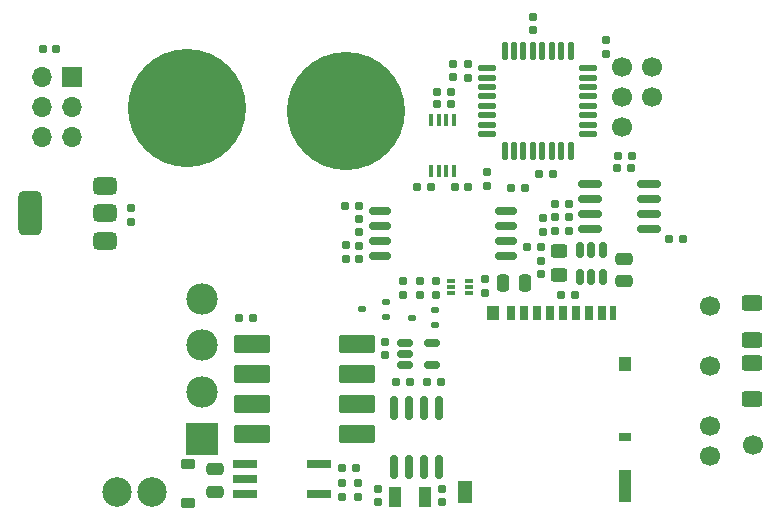
<source format=gbs>
G04 #@! TF.GenerationSoftware,KiCad,Pcbnew,8.0.0*
G04 #@! TF.CreationDate,2024-04-27T08:46:39-07:00*
G04 #@! TF.ProjectId,module controller,6d6f6475-6c65-4206-936f-6e74726f6c6c,rev?*
G04 #@! TF.SameCoordinates,Original*
G04 #@! TF.FileFunction,Soldermask,Bot*
G04 #@! TF.FilePolarity,Negative*
%FSLAX46Y46*%
G04 Gerber Fmt 4.6, Leading zero omitted, Abs format (unit mm)*
G04 Created by KiCad (PCBNEW 8.0.0) date 2024-04-27 08:46:39*
%MOMM*%
%LPD*%
G01*
G04 APERTURE LIST*
G04 Aperture macros list*
%AMRoundRect*
0 Rectangle with rounded corners*
0 $1 Rounding radius*
0 $2 $3 $4 $5 $6 $7 $8 $9 X,Y pos of 4 corners*
0 Add a 4 corners polygon primitive as box body*
4,1,4,$2,$3,$4,$5,$6,$7,$8,$9,$2,$3,0*
0 Add four circle primitives for the rounded corners*
1,1,$1+$1,$2,$3*
1,1,$1+$1,$4,$5*
1,1,$1+$1,$6,$7*
1,1,$1+$1,$8,$9*
0 Add four rect primitives between the rounded corners*
20,1,$1+$1,$2,$3,$4,$5,0*
20,1,$1+$1,$4,$5,$6,$7,0*
20,1,$1+$1,$6,$7,$8,$9,0*
20,1,$1+$1,$8,$9,$2,$3,0*%
G04 Aperture macros list end*
%ADD10C,1.700000*%
%ADD11C,10.000000*%
%ADD12C,2.500000*%
%ADD13RoundRect,0.250000X-0.450000X0.325000X-0.450000X-0.325000X0.450000X-0.325000X0.450000X0.325000X0*%
%ADD14RoundRect,0.155000X0.212500X0.155000X-0.212500X0.155000X-0.212500X-0.155000X0.212500X-0.155000X0*%
%ADD15RoundRect,0.155000X0.155000X-0.212500X0.155000X0.212500X-0.155000X0.212500X-0.155000X-0.212500X0*%
%ADD16R,1.000000X1.800000*%
%ADD17RoundRect,0.155000X-0.212500X-0.155000X0.212500X-0.155000X0.212500X0.155000X-0.212500X0.155000X0*%
%ADD18RoundRect,0.160000X-0.160000X0.197500X-0.160000X-0.197500X0.160000X-0.197500X0.160000X0.197500X0*%
%ADD19RoundRect,0.155000X-0.155000X0.212500X-0.155000X-0.212500X0.155000X-0.212500X0.155000X0.212500X0*%
%ADD20RoundRect,0.160000X-0.197500X-0.160000X0.197500X-0.160000X0.197500X0.160000X-0.197500X0.160000X0*%
%ADD21R,2.667000X2.667000*%
%ADD22C,2.667000*%
%ADD23RoundRect,0.250000X-0.475000X0.250000X-0.475000X-0.250000X0.475000X-0.250000X0.475000X0.250000X0*%
%ADD24RoundRect,0.160000X0.197500X0.160000X-0.197500X0.160000X-0.197500X-0.160000X0.197500X-0.160000X0*%
%ADD25RoundRect,0.150000X0.150000X-0.825000X0.150000X0.825000X-0.150000X0.825000X-0.150000X-0.825000X0*%
%ADD26RoundRect,0.250000X-0.625000X0.400000X-0.625000X-0.400000X0.625000X-0.400000X0.625000X0.400000X0*%
%ADD27RoundRect,0.112500X-0.237500X0.112500X-0.237500X-0.112500X0.237500X-0.112500X0.237500X0.112500X0*%
%ADD28RoundRect,0.250000X1.300000X0.550000X-1.300000X0.550000X-1.300000X-0.550000X1.300000X-0.550000X0*%
%ADD29RoundRect,0.150000X0.750000X0.150000X-0.750000X0.150000X-0.750000X-0.150000X0.750000X-0.150000X0*%
%ADD30RoundRect,0.160000X0.160000X-0.197500X0.160000X0.197500X-0.160000X0.197500X-0.160000X-0.197500X0*%
%ADD31R,0.400000X1.100000*%
%ADD32R,0.700000X1.200000*%
%ADD33R,0.500000X1.200000*%
%ADD34R,1.000000X0.800000*%
%ADD35R,1.000000X2.800000*%
%ADD36R,1.000000X1.200000*%
%ADD37R,1.300000X1.900000*%
%ADD38RoundRect,0.150000X-0.825000X-0.150000X0.825000X-0.150000X0.825000X0.150000X-0.825000X0.150000X0*%
%ADD39R,1.700000X1.700000*%
%ADD40O,1.700000X1.700000*%
%ADD41R,2.000000X0.640000*%
%ADD42RoundRect,0.150000X-0.150000X0.512500X-0.150000X-0.512500X0.150000X-0.512500X0.150000X0.512500X0*%
%ADD43RoundRect,0.250000X0.250000X0.475000X-0.250000X0.475000X-0.250000X-0.475000X0.250000X-0.475000X0*%
%ADD44RoundRect,0.075000X-0.275000X-0.075000X0.275000X-0.075000X0.275000X0.075000X-0.275000X0.075000X0*%
%ADD45RoundRect,0.375000X0.625000X0.375000X-0.625000X0.375000X-0.625000X-0.375000X0.625000X-0.375000X0*%
%ADD46RoundRect,0.500000X0.500000X1.400000X-0.500000X1.400000X-0.500000X-1.400000X0.500000X-1.400000X0*%
%ADD47RoundRect,0.225000X0.375000X-0.225000X0.375000X0.225000X-0.375000X0.225000X-0.375000X-0.225000X0*%
%ADD48RoundRect,0.150000X-0.512500X-0.150000X0.512500X-0.150000X0.512500X0.150000X-0.512500X0.150000X0*%
%ADD49RoundRect,0.125000X-0.125000X0.675000X-0.125000X-0.675000X0.125000X-0.675000X0.125000X0.675000X0*%
%ADD50RoundRect,0.125000X0.675000X0.125000X-0.675000X0.125000X-0.675000X-0.125000X0.675000X-0.125000X0*%
G04 APERTURE END LIST*
D10*
X152200000Y-70500000D03*
X143660000Y-41010000D03*
X141120000Y-41010000D03*
D11*
X117750000Y-42250000D03*
D12*
X101330000Y-74520000D03*
X98330000Y-74520000D03*
D11*
X104250000Y-42000000D03*
D10*
X143660000Y-38470000D03*
X141120000Y-38470000D03*
X141130000Y-43550000D03*
D13*
X135800000Y-54075000D03*
X135800000Y-56125000D03*
D14*
X135217500Y-47600000D03*
X134082500Y-47600000D03*
D15*
X125870000Y-75337500D03*
X125870000Y-74202500D03*
D16*
X121880000Y-74880000D03*
X124380000Y-74880000D03*
D17*
X124612500Y-65150000D03*
X125747500Y-65150000D03*
D15*
X133600000Y-35387500D03*
X133600000Y-34252500D03*
D18*
X135400000Y-51202500D03*
X135400000Y-52397500D03*
D19*
X121050000Y-61772500D03*
X121050000Y-62907500D03*
D20*
X140722500Y-46040000D03*
X141917500Y-46040000D03*
D17*
X126962500Y-48680000D03*
X128097500Y-48680000D03*
D21*
X105500000Y-70000000D03*
D22*
X105500000Y-66038000D03*
X105500000Y-62075000D03*
X105500000Y-58113000D03*
D23*
X141300000Y-54750000D03*
X141300000Y-56650000D03*
D19*
X134400000Y-51332500D03*
X134400000Y-52467500D03*
D15*
X126820000Y-39367500D03*
X126820000Y-38232500D03*
D18*
X136600000Y-51202500D03*
X136600000Y-52397500D03*
D24*
X141887500Y-47050000D03*
X140692500Y-47050000D03*
D14*
X109837500Y-59730000D03*
X108702500Y-59730000D03*
D25*
X125595000Y-72335000D03*
X124325000Y-72335000D03*
X123055000Y-72335000D03*
X121785000Y-72335000D03*
X121785000Y-67385000D03*
X123055000Y-67385000D03*
X124325000Y-67385000D03*
X125595000Y-67385000D03*
D26*
X152080000Y-63550000D03*
X152080000Y-66650000D03*
D27*
X121090000Y-58389999D03*
X121089999Y-59690000D03*
X119090000Y-59040000D03*
D28*
X118695000Y-61960000D03*
X118695000Y-64500000D03*
X118695000Y-67040000D03*
X118695000Y-69580000D03*
X109805000Y-69580000D03*
X109805000Y-67040000D03*
X109805000Y-64500000D03*
X109805000Y-61960000D03*
D14*
X123117500Y-65210000D03*
X121982500Y-65210000D03*
D10*
X148558200Y-71480000D03*
X148558200Y-68940000D03*
X148558200Y-63860000D03*
X148558200Y-58780000D03*
D29*
X131295000Y-50715000D03*
X131295000Y-51985000D03*
X131295000Y-53255000D03*
X131295000Y-54525000D03*
X120645000Y-54525000D03*
X120645000Y-53255000D03*
X120645000Y-51985000D03*
X120645000Y-50715000D03*
D26*
X152080000Y-58500000D03*
X152080000Y-61600000D03*
D15*
X99500000Y-51605000D03*
X99500000Y-50470000D03*
D14*
X136567500Y-50100000D03*
X135432500Y-50100000D03*
D30*
X122570000Y-57810000D03*
X122570000Y-56615000D03*
D18*
X117380000Y-73712500D03*
X117380000Y-74907500D03*
X125380000Y-56605000D03*
X125380000Y-57800000D03*
D24*
X118867500Y-50290000D03*
X117672500Y-50290000D03*
D30*
X124020000Y-57830000D03*
X124020000Y-56635000D03*
D19*
X118810000Y-53632500D03*
X118810000Y-54767500D03*
D31*
X124925000Y-43010000D03*
X125575000Y-43010000D03*
X126225000Y-43010000D03*
X126875000Y-43010000D03*
X126875000Y-47310000D03*
X126225000Y-47310000D03*
X125575000Y-47310000D03*
X124925000Y-47310000D03*
D30*
X139770000Y-37397500D03*
X139770000Y-36202500D03*
D27*
X125300000Y-59069999D03*
X125299999Y-60370000D03*
X123300000Y-59720000D03*
D19*
X120440000Y-74202500D03*
X120440000Y-75337500D03*
D14*
X134217500Y-53750000D03*
X133082500Y-53750000D03*
D32*
X131725000Y-59375000D03*
X132825000Y-59375000D03*
X133925000Y-59375000D03*
X135025000Y-59375000D03*
X136125000Y-59375000D03*
X137225000Y-59375000D03*
X138325000Y-59375000D03*
X139425000Y-59375000D03*
D33*
X140375000Y-59375000D03*
D34*
X141325000Y-69875000D03*
D35*
X141325000Y-74025000D03*
D36*
X141325000Y-63675000D03*
X130175000Y-59375000D03*
D37*
X127825000Y-74475000D03*
D18*
X118730000Y-73712500D03*
X118730000Y-74907500D03*
D19*
X118810000Y-51352500D03*
X118810000Y-52487500D03*
D38*
X138425000Y-52205000D03*
X138425000Y-50935000D03*
X138425000Y-49665000D03*
X138425000Y-48395000D03*
X143375000Y-48395000D03*
X143375000Y-49665000D03*
X143375000Y-50935000D03*
X143375000Y-52205000D03*
D24*
X126597500Y-40640000D03*
X125402500Y-40640000D03*
D17*
X135957500Y-57785000D03*
X137092500Y-57785000D03*
D18*
X129650000Y-47402500D03*
X129650000Y-48597500D03*
D17*
X145112500Y-53040000D03*
X146247500Y-53040000D03*
D39*
X94512500Y-39395000D03*
D40*
X91972500Y-39395000D03*
X94512500Y-41935000D03*
X91972500Y-41935000D03*
X94512500Y-44475000D03*
X91972500Y-44475000D03*
D41*
X115480000Y-72110000D03*
X115480000Y-74650000D03*
X109180000Y-74650000D03*
X109180000Y-73380000D03*
X109180000Y-72110000D03*
D15*
X134200000Y-56042500D03*
X134200000Y-54907500D03*
D24*
X126607500Y-41680000D03*
X125412500Y-41680000D03*
D20*
X117362500Y-72470000D03*
X118557500Y-72470000D03*
D42*
X137550000Y-53980500D03*
X138500000Y-53980500D03*
X139450000Y-53980500D03*
X139450000Y-56255500D03*
X138500000Y-56255500D03*
X137550000Y-56255500D03*
D17*
X92032500Y-36990000D03*
X93167500Y-36990000D03*
D43*
X132925000Y-56825000D03*
X131025000Y-56825000D03*
D44*
X126650000Y-57655000D03*
X126650000Y-57155000D03*
X126650000Y-56655000D03*
X128150000Y-56655000D03*
X128150000Y-57155000D03*
X128150000Y-57655000D03*
D19*
X117730000Y-53602500D03*
X117730000Y-54737500D03*
D23*
X106651764Y-72571764D03*
X106651764Y-74471764D03*
D45*
X97310000Y-48610000D03*
X97310000Y-50910000D03*
X97310000Y-53210000D03*
D46*
X91010000Y-50910000D03*
D47*
X104380000Y-75447500D03*
X104380000Y-72147500D03*
D20*
X131672500Y-48750000D03*
X132867500Y-48750000D03*
D19*
X129470000Y-56472500D03*
X129470000Y-57607500D03*
D18*
X128020000Y-38232500D03*
X128020000Y-39427500D03*
D48*
X122702500Y-63770000D03*
X122702500Y-62820000D03*
X122702500Y-61870000D03*
X124977500Y-61870000D03*
X124977500Y-63770000D03*
D49*
X131150000Y-37150000D03*
X131950000Y-37150000D03*
X132750000Y-37150000D03*
X133550000Y-37150000D03*
X134350000Y-37150000D03*
X135150000Y-37150000D03*
X135950000Y-37150000D03*
X136750000Y-37150000D03*
D50*
X138200000Y-38600000D03*
X138200000Y-39400000D03*
X138200000Y-40200000D03*
X138200000Y-41000000D03*
X138200000Y-41800000D03*
X138200000Y-42600000D03*
X138200000Y-43400000D03*
X138200000Y-44200000D03*
D49*
X136750000Y-45650000D03*
X135950000Y-45650000D03*
X135150000Y-45650000D03*
X134350000Y-45650000D03*
X133550000Y-45650000D03*
X132750000Y-45650000D03*
X131950000Y-45650000D03*
X131150000Y-45650000D03*
D50*
X129700000Y-44200000D03*
X129700000Y-43400000D03*
X129700000Y-42600000D03*
X129700000Y-41800000D03*
X129700000Y-41000000D03*
X129700000Y-40200000D03*
X129700000Y-39400000D03*
X129700000Y-38600000D03*
D14*
X124915000Y-48710000D03*
X123780000Y-48710000D03*
M02*

</source>
